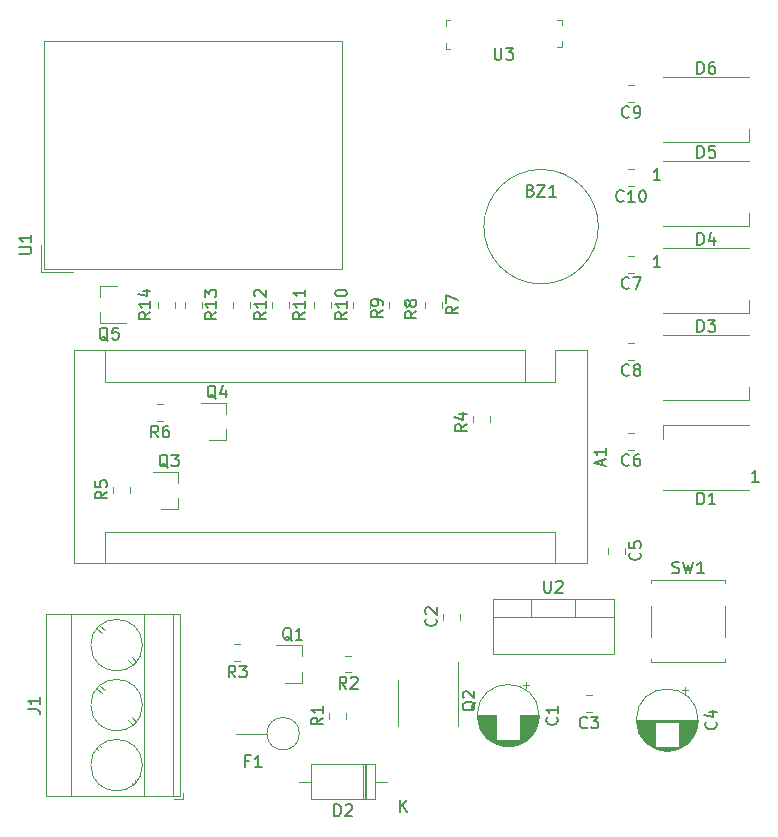
<source format=gbr>
G04 #@! TF.GenerationSoftware,KiCad,Pcbnew,(5.1.5)-3*
G04 #@! TF.CreationDate,2020-04-27T21:57:51+02:00*
G04 #@! TF.ProjectId,czujnikParkowania,637a756a-6e69-46b5-9061-726b6f77616e,rev?*
G04 #@! TF.SameCoordinates,Original*
G04 #@! TF.FileFunction,Legend,Top*
G04 #@! TF.FilePolarity,Positive*
%FSLAX46Y46*%
G04 Gerber Fmt 4.6, Leading zero omitted, Abs format (unit mm)*
G04 Created by KiCad (PCBNEW (5.1.5)-3) date 2020-04-27 21:57:51*
%MOMM*%
%LPD*%
G04 APERTURE LIST*
%ADD10C,0.120000*%
%ADD11C,0.150000*%
G04 APERTURE END LIST*
D10*
X69616648Y-37465000D02*
G75*
G03X69616648Y-37465000I-4846648J0D01*
G01*
X63436500Y-50609500D02*
X65976500Y-50609500D01*
X65976500Y-50609500D02*
X65976500Y-47939500D01*
X63436500Y-47939500D02*
X25206500Y-47939500D01*
X68646500Y-47939500D02*
X65976500Y-47939500D01*
X65976500Y-63309500D02*
X65976500Y-65979500D01*
X65976500Y-63309500D02*
X27876500Y-63309500D01*
X27876500Y-63309500D02*
X27876500Y-65979500D01*
X63436500Y-50609500D02*
X63436500Y-47939500D01*
X63436500Y-50609500D02*
X27876500Y-50609500D01*
X27876500Y-50609500D02*
X27876500Y-47939500D01*
X25206500Y-47939500D02*
X25206500Y-65979500D01*
X25206500Y-65979500D02*
X68646500Y-65979500D01*
X68646500Y-65979500D02*
X68646500Y-47939500D01*
X64596000Y-78851000D02*
G75*
G03X64596000Y-78851000I-2620000J0D01*
G01*
X60936000Y-78851000D02*
X59396000Y-78851000D01*
X64556000Y-78851000D02*
X63016000Y-78851000D01*
X60936000Y-78891000D02*
X59396000Y-78891000D01*
X64556000Y-78891000D02*
X63016000Y-78891000D01*
X64555000Y-78931000D02*
X63016000Y-78931000D01*
X60936000Y-78931000D02*
X59397000Y-78931000D01*
X64554000Y-78971000D02*
X63016000Y-78971000D01*
X60936000Y-78971000D02*
X59398000Y-78971000D01*
X64552000Y-79011000D02*
X63016000Y-79011000D01*
X60936000Y-79011000D02*
X59400000Y-79011000D01*
X64549000Y-79051000D02*
X63016000Y-79051000D01*
X60936000Y-79051000D02*
X59403000Y-79051000D01*
X64545000Y-79091000D02*
X63016000Y-79091000D01*
X60936000Y-79091000D02*
X59407000Y-79091000D01*
X64541000Y-79131000D02*
X63016000Y-79131000D01*
X60936000Y-79131000D02*
X59411000Y-79131000D01*
X64537000Y-79171000D02*
X63016000Y-79171000D01*
X60936000Y-79171000D02*
X59415000Y-79171000D01*
X64532000Y-79211000D02*
X63016000Y-79211000D01*
X60936000Y-79211000D02*
X59420000Y-79211000D01*
X64526000Y-79251000D02*
X63016000Y-79251000D01*
X60936000Y-79251000D02*
X59426000Y-79251000D01*
X64519000Y-79291000D02*
X63016000Y-79291000D01*
X60936000Y-79291000D02*
X59433000Y-79291000D01*
X64512000Y-79331000D02*
X63016000Y-79331000D01*
X60936000Y-79331000D02*
X59440000Y-79331000D01*
X64504000Y-79371000D02*
X63016000Y-79371000D01*
X60936000Y-79371000D02*
X59448000Y-79371000D01*
X64496000Y-79411000D02*
X63016000Y-79411000D01*
X60936000Y-79411000D02*
X59456000Y-79411000D01*
X64487000Y-79451000D02*
X63016000Y-79451000D01*
X60936000Y-79451000D02*
X59465000Y-79451000D01*
X64477000Y-79491000D02*
X63016000Y-79491000D01*
X60936000Y-79491000D02*
X59475000Y-79491000D01*
X64467000Y-79531000D02*
X63016000Y-79531000D01*
X60936000Y-79531000D02*
X59485000Y-79531000D01*
X64456000Y-79572000D02*
X63016000Y-79572000D01*
X60936000Y-79572000D02*
X59496000Y-79572000D01*
X64444000Y-79612000D02*
X63016000Y-79612000D01*
X60936000Y-79612000D02*
X59508000Y-79612000D01*
X64431000Y-79652000D02*
X63016000Y-79652000D01*
X60936000Y-79652000D02*
X59521000Y-79652000D01*
X64418000Y-79692000D02*
X63016000Y-79692000D01*
X60936000Y-79692000D02*
X59534000Y-79692000D01*
X64404000Y-79732000D02*
X63016000Y-79732000D01*
X60936000Y-79732000D02*
X59548000Y-79732000D01*
X64390000Y-79772000D02*
X63016000Y-79772000D01*
X60936000Y-79772000D02*
X59562000Y-79772000D01*
X64374000Y-79812000D02*
X63016000Y-79812000D01*
X60936000Y-79812000D02*
X59578000Y-79812000D01*
X64358000Y-79852000D02*
X63016000Y-79852000D01*
X60936000Y-79852000D02*
X59594000Y-79852000D01*
X64341000Y-79892000D02*
X63016000Y-79892000D01*
X60936000Y-79892000D02*
X59611000Y-79892000D01*
X64324000Y-79932000D02*
X63016000Y-79932000D01*
X60936000Y-79932000D02*
X59628000Y-79932000D01*
X64305000Y-79972000D02*
X63016000Y-79972000D01*
X60936000Y-79972000D02*
X59647000Y-79972000D01*
X64286000Y-80012000D02*
X63016000Y-80012000D01*
X60936000Y-80012000D02*
X59666000Y-80012000D01*
X64266000Y-80052000D02*
X63016000Y-80052000D01*
X60936000Y-80052000D02*
X59686000Y-80052000D01*
X64244000Y-80092000D02*
X63016000Y-80092000D01*
X60936000Y-80092000D02*
X59708000Y-80092000D01*
X64223000Y-80132000D02*
X63016000Y-80132000D01*
X60936000Y-80132000D02*
X59729000Y-80132000D01*
X64200000Y-80172000D02*
X63016000Y-80172000D01*
X60936000Y-80172000D02*
X59752000Y-80172000D01*
X64176000Y-80212000D02*
X63016000Y-80212000D01*
X60936000Y-80212000D02*
X59776000Y-80212000D01*
X64151000Y-80252000D02*
X63016000Y-80252000D01*
X60936000Y-80252000D02*
X59801000Y-80252000D01*
X64125000Y-80292000D02*
X63016000Y-80292000D01*
X60936000Y-80292000D02*
X59827000Y-80292000D01*
X64098000Y-80332000D02*
X63016000Y-80332000D01*
X60936000Y-80332000D02*
X59854000Y-80332000D01*
X64071000Y-80372000D02*
X63016000Y-80372000D01*
X60936000Y-80372000D02*
X59881000Y-80372000D01*
X64041000Y-80412000D02*
X63016000Y-80412000D01*
X60936000Y-80412000D02*
X59911000Y-80412000D01*
X64011000Y-80452000D02*
X63016000Y-80452000D01*
X60936000Y-80452000D02*
X59941000Y-80452000D01*
X63980000Y-80492000D02*
X63016000Y-80492000D01*
X60936000Y-80492000D02*
X59972000Y-80492000D01*
X63947000Y-80532000D02*
X63016000Y-80532000D01*
X60936000Y-80532000D02*
X60005000Y-80532000D01*
X63913000Y-80572000D02*
X63016000Y-80572000D01*
X60936000Y-80572000D02*
X60039000Y-80572000D01*
X63877000Y-80612000D02*
X63016000Y-80612000D01*
X60936000Y-80612000D02*
X60075000Y-80612000D01*
X63840000Y-80652000D02*
X63016000Y-80652000D01*
X60936000Y-80652000D02*
X60112000Y-80652000D01*
X63802000Y-80692000D02*
X63016000Y-80692000D01*
X60936000Y-80692000D02*
X60150000Y-80692000D01*
X63761000Y-80732000D02*
X63016000Y-80732000D01*
X60936000Y-80732000D02*
X60191000Y-80732000D01*
X63719000Y-80772000D02*
X63016000Y-80772000D01*
X60936000Y-80772000D02*
X60233000Y-80772000D01*
X63675000Y-80812000D02*
X63016000Y-80812000D01*
X60936000Y-80812000D02*
X60277000Y-80812000D01*
X63629000Y-80852000D02*
X63016000Y-80852000D01*
X60936000Y-80852000D02*
X60323000Y-80852000D01*
X63581000Y-80892000D02*
X60371000Y-80892000D01*
X63530000Y-80932000D02*
X60422000Y-80932000D01*
X63476000Y-80972000D02*
X60476000Y-80972000D01*
X63419000Y-81012000D02*
X60533000Y-81012000D01*
X63359000Y-81052000D02*
X60593000Y-81052000D01*
X63295000Y-81092000D02*
X60657000Y-81092000D01*
X63227000Y-81132000D02*
X60725000Y-81132000D01*
X63154000Y-81172000D02*
X60798000Y-81172000D01*
X63074000Y-81212000D02*
X60878000Y-81212000D01*
X62987000Y-81252000D02*
X60965000Y-81252000D01*
X62891000Y-81292000D02*
X61061000Y-81292000D01*
X62781000Y-81332000D02*
X61171000Y-81332000D01*
X62653000Y-81372000D02*
X61299000Y-81372000D01*
X62494000Y-81412000D02*
X61458000Y-81412000D01*
X62260000Y-81452000D02*
X61692000Y-81452000D01*
X63451000Y-76046225D02*
X63451000Y-76546225D01*
X63701000Y-76296225D02*
X63201000Y-76296225D01*
X56440000Y-70743578D02*
X56440000Y-70226422D01*
X57860000Y-70743578D02*
X57860000Y-70226422D01*
X69092578Y-77141000D02*
X68575422Y-77141000D01*
X69092578Y-78561000D02*
X68575422Y-78561000D01*
X78058000Y-79228000D02*
G75*
G03X78058000Y-79228000I-2620000J0D01*
G01*
X78018000Y-79228000D02*
X72858000Y-79228000D01*
X78018000Y-79268000D02*
X72858000Y-79268000D01*
X78017000Y-79308000D02*
X72859000Y-79308000D01*
X78016000Y-79348000D02*
X72860000Y-79348000D01*
X78014000Y-79388000D02*
X72862000Y-79388000D01*
X78011000Y-79428000D02*
X72865000Y-79428000D01*
X78007000Y-79468000D02*
X76478000Y-79468000D01*
X74398000Y-79468000D02*
X72869000Y-79468000D01*
X78003000Y-79508000D02*
X76478000Y-79508000D01*
X74398000Y-79508000D02*
X72873000Y-79508000D01*
X77999000Y-79548000D02*
X76478000Y-79548000D01*
X74398000Y-79548000D02*
X72877000Y-79548000D01*
X77994000Y-79588000D02*
X76478000Y-79588000D01*
X74398000Y-79588000D02*
X72882000Y-79588000D01*
X77988000Y-79628000D02*
X76478000Y-79628000D01*
X74398000Y-79628000D02*
X72888000Y-79628000D01*
X77981000Y-79668000D02*
X76478000Y-79668000D01*
X74398000Y-79668000D02*
X72895000Y-79668000D01*
X77974000Y-79708000D02*
X76478000Y-79708000D01*
X74398000Y-79708000D02*
X72902000Y-79708000D01*
X77966000Y-79748000D02*
X76478000Y-79748000D01*
X74398000Y-79748000D02*
X72910000Y-79748000D01*
X77958000Y-79788000D02*
X76478000Y-79788000D01*
X74398000Y-79788000D02*
X72918000Y-79788000D01*
X77949000Y-79828000D02*
X76478000Y-79828000D01*
X74398000Y-79828000D02*
X72927000Y-79828000D01*
X77939000Y-79868000D02*
X76478000Y-79868000D01*
X74398000Y-79868000D02*
X72937000Y-79868000D01*
X77929000Y-79908000D02*
X76478000Y-79908000D01*
X74398000Y-79908000D02*
X72947000Y-79908000D01*
X77918000Y-79949000D02*
X76478000Y-79949000D01*
X74398000Y-79949000D02*
X72958000Y-79949000D01*
X77906000Y-79989000D02*
X76478000Y-79989000D01*
X74398000Y-79989000D02*
X72970000Y-79989000D01*
X77893000Y-80029000D02*
X76478000Y-80029000D01*
X74398000Y-80029000D02*
X72983000Y-80029000D01*
X77880000Y-80069000D02*
X76478000Y-80069000D01*
X74398000Y-80069000D02*
X72996000Y-80069000D01*
X77866000Y-80109000D02*
X76478000Y-80109000D01*
X74398000Y-80109000D02*
X73010000Y-80109000D01*
X77852000Y-80149000D02*
X76478000Y-80149000D01*
X74398000Y-80149000D02*
X73024000Y-80149000D01*
X77836000Y-80189000D02*
X76478000Y-80189000D01*
X74398000Y-80189000D02*
X73040000Y-80189000D01*
X77820000Y-80229000D02*
X76478000Y-80229000D01*
X74398000Y-80229000D02*
X73056000Y-80229000D01*
X77803000Y-80269000D02*
X76478000Y-80269000D01*
X74398000Y-80269000D02*
X73073000Y-80269000D01*
X77786000Y-80309000D02*
X76478000Y-80309000D01*
X74398000Y-80309000D02*
X73090000Y-80309000D01*
X77767000Y-80349000D02*
X76478000Y-80349000D01*
X74398000Y-80349000D02*
X73109000Y-80349000D01*
X77748000Y-80389000D02*
X76478000Y-80389000D01*
X74398000Y-80389000D02*
X73128000Y-80389000D01*
X77728000Y-80429000D02*
X76478000Y-80429000D01*
X74398000Y-80429000D02*
X73148000Y-80429000D01*
X77706000Y-80469000D02*
X76478000Y-80469000D01*
X74398000Y-80469000D02*
X73170000Y-80469000D01*
X77685000Y-80509000D02*
X76478000Y-80509000D01*
X74398000Y-80509000D02*
X73191000Y-80509000D01*
X77662000Y-80549000D02*
X76478000Y-80549000D01*
X74398000Y-80549000D02*
X73214000Y-80549000D01*
X77638000Y-80589000D02*
X76478000Y-80589000D01*
X74398000Y-80589000D02*
X73238000Y-80589000D01*
X77613000Y-80629000D02*
X76478000Y-80629000D01*
X74398000Y-80629000D02*
X73263000Y-80629000D01*
X77587000Y-80669000D02*
X76478000Y-80669000D01*
X74398000Y-80669000D02*
X73289000Y-80669000D01*
X77560000Y-80709000D02*
X76478000Y-80709000D01*
X74398000Y-80709000D02*
X73316000Y-80709000D01*
X77533000Y-80749000D02*
X76478000Y-80749000D01*
X74398000Y-80749000D02*
X73343000Y-80749000D01*
X77503000Y-80789000D02*
X76478000Y-80789000D01*
X74398000Y-80789000D02*
X73373000Y-80789000D01*
X77473000Y-80829000D02*
X76478000Y-80829000D01*
X74398000Y-80829000D02*
X73403000Y-80829000D01*
X77442000Y-80869000D02*
X76478000Y-80869000D01*
X74398000Y-80869000D02*
X73434000Y-80869000D01*
X77409000Y-80909000D02*
X76478000Y-80909000D01*
X74398000Y-80909000D02*
X73467000Y-80909000D01*
X77375000Y-80949000D02*
X76478000Y-80949000D01*
X74398000Y-80949000D02*
X73501000Y-80949000D01*
X77339000Y-80989000D02*
X76478000Y-80989000D01*
X74398000Y-80989000D02*
X73537000Y-80989000D01*
X77302000Y-81029000D02*
X76478000Y-81029000D01*
X74398000Y-81029000D02*
X73574000Y-81029000D01*
X77264000Y-81069000D02*
X76478000Y-81069000D01*
X74398000Y-81069000D02*
X73612000Y-81069000D01*
X77223000Y-81109000D02*
X76478000Y-81109000D01*
X74398000Y-81109000D02*
X73653000Y-81109000D01*
X77181000Y-81149000D02*
X76478000Y-81149000D01*
X74398000Y-81149000D02*
X73695000Y-81149000D01*
X77137000Y-81189000D02*
X76478000Y-81189000D01*
X74398000Y-81189000D02*
X73739000Y-81189000D01*
X77091000Y-81229000D02*
X76478000Y-81229000D01*
X74398000Y-81229000D02*
X73785000Y-81229000D01*
X77043000Y-81269000D02*
X76478000Y-81269000D01*
X74398000Y-81269000D02*
X73833000Y-81269000D01*
X76992000Y-81309000D02*
X76478000Y-81309000D01*
X74398000Y-81309000D02*
X73884000Y-81309000D01*
X76938000Y-81349000D02*
X76478000Y-81349000D01*
X74398000Y-81349000D02*
X73938000Y-81349000D01*
X76881000Y-81389000D02*
X76478000Y-81389000D01*
X74398000Y-81389000D02*
X73995000Y-81389000D01*
X76821000Y-81429000D02*
X76478000Y-81429000D01*
X74398000Y-81429000D02*
X74055000Y-81429000D01*
X76757000Y-81469000D02*
X76478000Y-81469000D01*
X74398000Y-81469000D02*
X74119000Y-81469000D01*
X76689000Y-81509000D02*
X76478000Y-81509000D01*
X74398000Y-81509000D02*
X74187000Y-81509000D01*
X76616000Y-81549000D02*
X74260000Y-81549000D01*
X76536000Y-81589000D02*
X74340000Y-81589000D01*
X76449000Y-81629000D02*
X74427000Y-81629000D01*
X76353000Y-81669000D02*
X74523000Y-81669000D01*
X76243000Y-81709000D02*
X74633000Y-81709000D01*
X76115000Y-81749000D02*
X74761000Y-81749000D01*
X75956000Y-81789000D02*
X74920000Y-81789000D01*
X75722000Y-81829000D02*
X75154000Y-81829000D01*
X76913000Y-76423225D02*
X76913000Y-76923225D01*
X77163000Y-76673225D02*
X76663000Y-76673225D01*
X71830000Y-64638422D02*
X71830000Y-65155578D01*
X70410000Y-64638422D02*
X70410000Y-65155578D01*
X72648578Y-54916000D02*
X72131422Y-54916000D01*
X72648578Y-56336000D02*
X72131422Y-56336000D01*
X82390000Y-59773000D02*
X75090000Y-59773000D01*
X82390000Y-54273000D02*
X75090000Y-54273000D01*
X75090000Y-54273000D02*
X75090000Y-55423000D01*
X50726000Y-85925000D02*
X50726000Y-82985000D01*
X50726000Y-82985000D02*
X45286000Y-82985000D01*
X45286000Y-82985000D02*
X45286000Y-85925000D01*
X45286000Y-85925000D02*
X50726000Y-85925000D01*
X51746000Y-84455000D02*
X50726000Y-84455000D01*
X44266000Y-84455000D02*
X45286000Y-84455000D01*
X49826000Y-85925000D02*
X49826000Y-82985000D01*
X49706000Y-85925000D02*
X49706000Y-82985000D01*
X49946000Y-85925000D02*
X49946000Y-82985000D01*
X75090000Y-46653000D02*
X82390000Y-46653000D01*
X75090000Y-52153000D02*
X82390000Y-52153000D01*
X82390000Y-52153000D02*
X82390000Y-51003000D01*
X82390000Y-44787000D02*
X82390000Y-43637000D01*
X75090000Y-44787000D02*
X82390000Y-44787000D01*
X75090000Y-39287000D02*
X82390000Y-39287000D01*
X75090000Y-31921000D02*
X82390000Y-31921000D01*
X75090000Y-37421000D02*
X82390000Y-37421000D01*
X82390000Y-37421000D02*
X82390000Y-36271000D01*
X82390000Y-30309000D02*
X82390000Y-29159000D01*
X75090000Y-30309000D02*
X82390000Y-30309000D01*
X75090000Y-24809000D02*
X82390000Y-24809000D01*
X44296000Y-80391000D02*
G75*
G03X44296000Y-80391000I-1370000J0D01*
G01*
X41556000Y-80391000D02*
X38946000Y-80391000D01*
X31009000Y-83058000D02*
G75*
G03X31009000Y-83058000I-2180000J0D01*
G01*
X31009000Y-77978000D02*
G75*
G03X31009000Y-77978000I-2180000J0D01*
G01*
X31009000Y-72898000D02*
G75*
G03X31009000Y-72898000I-2180000J0D01*
G01*
X33629000Y-85658000D02*
X33629000Y-70298000D01*
X31129000Y-85658000D02*
X31129000Y-70298000D01*
X24929000Y-85658000D02*
X24929000Y-70298000D01*
X22869000Y-85658000D02*
X22869000Y-70298000D01*
X34189000Y-85658000D02*
X34189000Y-70298000D01*
X22869000Y-85658000D02*
X34189000Y-85658000D01*
X22869000Y-70298000D02*
X34189000Y-70298000D01*
X27441000Y-81404000D02*
X27548000Y-81511000D01*
X30376000Y-84340000D02*
X30483000Y-84446000D01*
X27175000Y-81670000D02*
X27282000Y-81777000D01*
X30110000Y-84606000D02*
X30217000Y-84712000D01*
X27441000Y-76324000D02*
X27837000Y-76719000D01*
X30103000Y-78985000D02*
X30483000Y-79365000D01*
X27175000Y-76590000D02*
X27555000Y-76970000D01*
X29821000Y-79236000D02*
X30217000Y-79631000D01*
X27441000Y-71244000D02*
X27837000Y-71639000D01*
X30103000Y-73905000D02*
X30483000Y-74285000D01*
X27175000Y-71510000D02*
X27555000Y-71890000D01*
X29821000Y-74156000D02*
X30217000Y-74551000D01*
X33689000Y-85898000D02*
X34429000Y-85898000D01*
X34429000Y-85898000D02*
X34429000Y-85398000D01*
X44511500Y-76065500D02*
X43051500Y-76065500D01*
X44511500Y-72905500D02*
X42351500Y-72905500D01*
X44511500Y-72905500D02*
X44511500Y-73835500D01*
X44511500Y-76065500D02*
X44511500Y-75135500D01*
X52621500Y-77787500D02*
X52621500Y-79737500D01*
X52621500Y-77787500D02*
X52621500Y-75837500D01*
X57741500Y-77787500D02*
X57741500Y-79737500D01*
X57741500Y-77787500D02*
X57741500Y-74337500D01*
X34034000Y-61397000D02*
X34034000Y-60467000D01*
X34034000Y-58237000D02*
X34034000Y-59167000D01*
X34034000Y-58237000D02*
X31874000Y-58237000D01*
X34034000Y-61397000D02*
X32574000Y-61397000D01*
X38098000Y-55555000D02*
X38098000Y-54625000D01*
X38098000Y-52395000D02*
X38098000Y-53325000D01*
X38098000Y-52395000D02*
X35938000Y-52395000D01*
X38098000Y-55555000D02*
X36638000Y-55555000D01*
X27434000Y-42489000D02*
X28894000Y-42489000D01*
X27434000Y-45649000D02*
X29594000Y-45649000D01*
X27434000Y-45649000D02*
X27434000Y-44719000D01*
X27434000Y-42489000D02*
X27434000Y-43419000D01*
X48208000Y-79125578D02*
X48208000Y-78608422D01*
X46788000Y-79125578D02*
X46788000Y-78608422D01*
X48709078Y-75195500D02*
X48191922Y-75195500D01*
X48709078Y-73775500D02*
X48191922Y-73775500D01*
X39311078Y-72823000D02*
X38793922Y-72823000D01*
X39311078Y-74243000D02*
X38793922Y-74243000D01*
X58980000Y-53979578D02*
X58980000Y-53462422D01*
X60400000Y-53979578D02*
X60400000Y-53462422D01*
X29920000Y-59997078D02*
X29920000Y-59479922D01*
X28500000Y-59997078D02*
X28500000Y-59479922D01*
X32770578Y-53923000D02*
X32253422Y-53923000D01*
X32770578Y-52503000D02*
X32253422Y-52503000D01*
X56336000Y-43810422D02*
X56336000Y-44327578D01*
X54916000Y-43810422D02*
X54916000Y-44327578D01*
X51868000Y-43810422D02*
X51868000Y-44327578D01*
X53288000Y-43810422D02*
X53288000Y-44327578D01*
X50240000Y-43810422D02*
X50240000Y-44327578D01*
X48820000Y-43810422D02*
X48820000Y-44327578D01*
X45518000Y-43810422D02*
X45518000Y-44327578D01*
X46938000Y-43810422D02*
X46938000Y-44327578D01*
X43382000Y-43810422D02*
X43382000Y-44327578D01*
X41962000Y-43810422D02*
X41962000Y-44327578D01*
X38660000Y-43810422D02*
X38660000Y-44327578D01*
X40080000Y-43810422D02*
X40080000Y-44327578D01*
X36016000Y-43810422D02*
X36016000Y-44327578D01*
X34596000Y-43810422D02*
X34596000Y-44327578D01*
X32310000Y-43810422D02*
X32310000Y-44327578D01*
X33730000Y-43810422D02*
X33730000Y-44327578D01*
X22426000Y-41269000D02*
X22426000Y-38989000D01*
X22436000Y-41269000D02*
X25146000Y-41269000D01*
X22686000Y-41014000D02*
X22686000Y-21724000D01*
X22686000Y-21724000D02*
X47936000Y-21724000D01*
X47936000Y-21724000D02*
X47936000Y-41014000D01*
X47936000Y-41014000D02*
X22686000Y-41014000D01*
X60666000Y-68993000D02*
X70906000Y-68993000D01*
X60666000Y-73634000D02*
X70906000Y-73634000D01*
X60666000Y-68993000D02*
X60666000Y-73634000D01*
X70906000Y-68993000D02*
X70906000Y-73634000D01*
X60666000Y-70503000D02*
X70906000Y-70503000D01*
X63936000Y-68993000D02*
X63936000Y-70503000D01*
X67637000Y-68993000D02*
X67637000Y-70503000D01*
X56695000Y-21882000D02*
X56695000Y-22382000D01*
X56695000Y-22382000D02*
X57095000Y-22382000D01*
X56695000Y-20482000D02*
X56695000Y-19982000D01*
X56695000Y-19982000D02*
X57095000Y-19982000D01*
X66095000Y-19982000D02*
X66495000Y-19982000D01*
X66495000Y-19982000D02*
X66495000Y-20382000D01*
X66495000Y-21782000D02*
X66495000Y-22282000D01*
X66495000Y-22282000D02*
X66095000Y-22282000D01*
X74066000Y-67666000D02*
X74066000Y-67416000D01*
X74066000Y-67416000D02*
X80366000Y-67416000D01*
X80366000Y-67416000D02*
X80366000Y-67666000D01*
X74066000Y-72166000D02*
X74066000Y-69566000D01*
X80366000Y-74066000D02*
X80366000Y-74316000D01*
X80366000Y-74316000D02*
X74066000Y-74316000D01*
X74066000Y-74316000D02*
X74066000Y-74066000D01*
X80366000Y-69566000D02*
X80366000Y-72166000D01*
X72648578Y-41350000D02*
X72131422Y-41350000D01*
X72648578Y-39930000D02*
X72131422Y-39930000D01*
X72648578Y-47296000D02*
X72131422Y-47296000D01*
X72648578Y-48716000D02*
X72131422Y-48716000D01*
X72648578Y-26872000D02*
X72131422Y-26872000D01*
X72648578Y-25452000D02*
X72131422Y-25452000D01*
X72648578Y-32564000D02*
X72131422Y-32564000D01*
X72648578Y-33984000D02*
X72131422Y-33984000D01*
D11*
X63889047Y-34393571D02*
X64031904Y-34441190D01*
X64079523Y-34488809D01*
X64127142Y-34584047D01*
X64127142Y-34726904D01*
X64079523Y-34822142D01*
X64031904Y-34869761D01*
X63936666Y-34917380D01*
X63555714Y-34917380D01*
X63555714Y-33917380D01*
X63889047Y-33917380D01*
X63984285Y-33965000D01*
X64031904Y-34012619D01*
X64079523Y-34107857D01*
X64079523Y-34203095D01*
X64031904Y-34298333D01*
X63984285Y-34345952D01*
X63889047Y-34393571D01*
X63555714Y-34393571D01*
X64460476Y-33917380D02*
X65127142Y-33917380D01*
X64460476Y-34917380D01*
X65127142Y-34917380D01*
X66031904Y-34917380D02*
X65460476Y-34917380D01*
X65746190Y-34917380D02*
X65746190Y-33917380D01*
X65650952Y-34060238D01*
X65555714Y-34155476D01*
X65460476Y-34203095D01*
X69953166Y-57673785D02*
X69953166Y-57197595D01*
X70238880Y-57769023D02*
X69238880Y-57435690D01*
X70238880Y-57102357D01*
X70238880Y-56245214D02*
X70238880Y-56816642D01*
X70238880Y-56530928D02*
X69238880Y-56530928D01*
X69381738Y-56626166D01*
X69476976Y-56721404D01*
X69524595Y-56816642D01*
X66083142Y-79017666D02*
X66130761Y-79065285D01*
X66178380Y-79208142D01*
X66178380Y-79303380D01*
X66130761Y-79446238D01*
X66035523Y-79541476D01*
X65940285Y-79589095D01*
X65749809Y-79636714D01*
X65606952Y-79636714D01*
X65416476Y-79589095D01*
X65321238Y-79541476D01*
X65226000Y-79446238D01*
X65178380Y-79303380D01*
X65178380Y-79208142D01*
X65226000Y-79065285D01*
X65273619Y-79017666D01*
X66178380Y-78065285D02*
X66178380Y-78636714D01*
X66178380Y-78351000D02*
X65178380Y-78351000D01*
X65321238Y-78446238D01*
X65416476Y-78541476D01*
X65464095Y-78636714D01*
X55857142Y-70651666D02*
X55904761Y-70699285D01*
X55952380Y-70842142D01*
X55952380Y-70937380D01*
X55904761Y-71080238D01*
X55809523Y-71175476D01*
X55714285Y-71223095D01*
X55523809Y-71270714D01*
X55380952Y-71270714D01*
X55190476Y-71223095D01*
X55095238Y-71175476D01*
X55000000Y-71080238D01*
X54952380Y-70937380D01*
X54952380Y-70842142D01*
X55000000Y-70699285D01*
X55047619Y-70651666D01*
X55047619Y-70270714D02*
X55000000Y-70223095D01*
X54952380Y-70127857D01*
X54952380Y-69889761D01*
X55000000Y-69794523D01*
X55047619Y-69746904D01*
X55142857Y-69699285D01*
X55238095Y-69699285D01*
X55380952Y-69746904D01*
X55952380Y-70318333D01*
X55952380Y-69699285D01*
X68667333Y-79858142D02*
X68619714Y-79905761D01*
X68476857Y-79953380D01*
X68381619Y-79953380D01*
X68238761Y-79905761D01*
X68143523Y-79810523D01*
X68095904Y-79715285D01*
X68048285Y-79524809D01*
X68048285Y-79381952D01*
X68095904Y-79191476D01*
X68143523Y-79096238D01*
X68238761Y-79001000D01*
X68381619Y-78953380D01*
X68476857Y-78953380D01*
X68619714Y-79001000D01*
X68667333Y-79048619D01*
X69000666Y-78953380D02*
X69619714Y-78953380D01*
X69286380Y-79334333D01*
X69429238Y-79334333D01*
X69524476Y-79381952D01*
X69572095Y-79429571D01*
X69619714Y-79524809D01*
X69619714Y-79762904D01*
X69572095Y-79858142D01*
X69524476Y-79905761D01*
X69429238Y-79953380D01*
X69143523Y-79953380D01*
X69048285Y-79905761D01*
X69000666Y-79858142D01*
X79545142Y-79394666D02*
X79592761Y-79442285D01*
X79640380Y-79585142D01*
X79640380Y-79680380D01*
X79592761Y-79823238D01*
X79497523Y-79918476D01*
X79402285Y-79966095D01*
X79211809Y-80013714D01*
X79068952Y-80013714D01*
X78878476Y-79966095D01*
X78783238Y-79918476D01*
X78688000Y-79823238D01*
X78640380Y-79680380D01*
X78640380Y-79585142D01*
X78688000Y-79442285D01*
X78735619Y-79394666D01*
X78973714Y-78537523D02*
X79640380Y-78537523D01*
X78592761Y-78775619D02*
X79307047Y-79013714D01*
X79307047Y-78394666D01*
X73127142Y-65063666D02*
X73174761Y-65111285D01*
X73222380Y-65254142D01*
X73222380Y-65349380D01*
X73174761Y-65492238D01*
X73079523Y-65587476D01*
X72984285Y-65635095D01*
X72793809Y-65682714D01*
X72650952Y-65682714D01*
X72460476Y-65635095D01*
X72365238Y-65587476D01*
X72270000Y-65492238D01*
X72222380Y-65349380D01*
X72222380Y-65254142D01*
X72270000Y-65111285D01*
X72317619Y-65063666D01*
X72222380Y-64158904D02*
X72222380Y-64635095D01*
X72698571Y-64682714D01*
X72650952Y-64635095D01*
X72603333Y-64539857D01*
X72603333Y-64301761D01*
X72650952Y-64206523D01*
X72698571Y-64158904D01*
X72793809Y-64111285D01*
X73031904Y-64111285D01*
X73127142Y-64158904D01*
X73174761Y-64206523D01*
X73222380Y-64301761D01*
X73222380Y-64539857D01*
X73174761Y-64635095D01*
X73127142Y-64682714D01*
X72223333Y-57633142D02*
X72175714Y-57680761D01*
X72032857Y-57728380D01*
X71937619Y-57728380D01*
X71794761Y-57680761D01*
X71699523Y-57585523D01*
X71651904Y-57490285D01*
X71604285Y-57299809D01*
X71604285Y-57156952D01*
X71651904Y-56966476D01*
X71699523Y-56871238D01*
X71794761Y-56776000D01*
X71937619Y-56728380D01*
X72032857Y-56728380D01*
X72175714Y-56776000D01*
X72223333Y-56823619D01*
X73080476Y-56728380D02*
X72890000Y-56728380D01*
X72794761Y-56776000D01*
X72747142Y-56823619D01*
X72651904Y-56966476D01*
X72604285Y-57156952D01*
X72604285Y-57537904D01*
X72651904Y-57633142D01*
X72699523Y-57680761D01*
X72794761Y-57728380D01*
X72985238Y-57728380D01*
X73080476Y-57680761D01*
X73128095Y-57633142D01*
X73175714Y-57537904D01*
X73175714Y-57299809D01*
X73128095Y-57204571D01*
X73080476Y-57156952D01*
X72985238Y-57109333D01*
X72794761Y-57109333D01*
X72699523Y-57156952D01*
X72651904Y-57204571D01*
X72604285Y-57299809D01*
X78001904Y-60975380D02*
X78001904Y-59975380D01*
X78240000Y-59975380D01*
X78382857Y-60023000D01*
X78478095Y-60118238D01*
X78525714Y-60213476D01*
X78573333Y-60403952D01*
X78573333Y-60546809D01*
X78525714Y-60737285D01*
X78478095Y-60832523D01*
X78382857Y-60927761D01*
X78240000Y-60975380D01*
X78001904Y-60975380D01*
X79525714Y-60975380D02*
X78954285Y-60975380D01*
X79240000Y-60975380D02*
X79240000Y-59975380D01*
X79144761Y-60118238D01*
X79049523Y-60213476D01*
X78954285Y-60261095D01*
X83175714Y-59075380D02*
X82604285Y-59075380D01*
X82890000Y-59075380D02*
X82890000Y-58075380D01*
X82794761Y-58218238D01*
X82699523Y-58313476D01*
X82604285Y-58361095D01*
X47267904Y-87377380D02*
X47267904Y-86377380D01*
X47506000Y-86377380D01*
X47648857Y-86425000D01*
X47744095Y-86520238D01*
X47791714Y-86615476D01*
X47839333Y-86805952D01*
X47839333Y-86948809D01*
X47791714Y-87139285D01*
X47744095Y-87234523D01*
X47648857Y-87329761D01*
X47506000Y-87377380D01*
X47267904Y-87377380D01*
X48220285Y-86472619D02*
X48267904Y-86425000D01*
X48363142Y-86377380D01*
X48601238Y-86377380D01*
X48696476Y-86425000D01*
X48744095Y-86472619D01*
X48791714Y-86567857D01*
X48791714Y-86663095D01*
X48744095Y-86805952D01*
X48172666Y-87377380D01*
X48791714Y-87377380D01*
X52824095Y-87007380D02*
X52824095Y-86007380D01*
X53395523Y-87007380D02*
X52966952Y-86435952D01*
X53395523Y-86007380D02*
X52824095Y-86578809D01*
X78001904Y-46355380D02*
X78001904Y-45355380D01*
X78240000Y-45355380D01*
X78382857Y-45403000D01*
X78478095Y-45498238D01*
X78525714Y-45593476D01*
X78573333Y-45783952D01*
X78573333Y-45926809D01*
X78525714Y-46117285D01*
X78478095Y-46212523D01*
X78382857Y-46307761D01*
X78240000Y-46355380D01*
X78001904Y-46355380D01*
X78906666Y-45355380D02*
X79525714Y-45355380D01*
X79192380Y-45736333D01*
X79335238Y-45736333D01*
X79430476Y-45783952D01*
X79478095Y-45831571D01*
X79525714Y-45926809D01*
X79525714Y-46164904D01*
X79478095Y-46260142D01*
X79430476Y-46307761D01*
X79335238Y-46355380D01*
X79049523Y-46355380D01*
X78954285Y-46307761D01*
X78906666Y-46260142D01*
X78001904Y-38989380D02*
X78001904Y-37989380D01*
X78240000Y-37989380D01*
X78382857Y-38037000D01*
X78478095Y-38132238D01*
X78525714Y-38227476D01*
X78573333Y-38417952D01*
X78573333Y-38560809D01*
X78525714Y-38751285D01*
X78478095Y-38846523D01*
X78382857Y-38941761D01*
X78240000Y-38989380D01*
X78001904Y-38989380D01*
X79430476Y-38322714D02*
X79430476Y-38989380D01*
X79192380Y-37941761D02*
X78954285Y-38656047D01*
X79573333Y-38656047D01*
X74875714Y-40889380D02*
X74304285Y-40889380D01*
X74590000Y-40889380D02*
X74590000Y-39889380D01*
X74494761Y-40032238D01*
X74399523Y-40127476D01*
X74304285Y-40175095D01*
X78001904Y-31623380D02*
X78001904Y-30623380D01*
X78240000Y-30623380D01*
X78382857Y-30671000D01*
X78478095Y-30766238D01*
X78525714Y-30861476D01*
X78573333Y-31051952D01*
X78573333Y-31194809D01*
X78525714Y-31385285D01*
X78478095Y-31480523D01*
X78382857Y-31575761D01*
X78240000Y-31623380D01*
X78001904Y-31623380D01*
X79478095Y-30623380D02*
X79001904Y-30623380D01*
X78954285Y-31099571D01*
X79001904Y-31051952D01*
X79097142Y-31004333D01*
X79335238Y-31004333D01*
X79430476Y-31051952D01*
X79478095Y-31099571D01*
X79525714Y-31194809D01*
X79525714Y-31432904D01*
X79478095Y-31528142D01*
X79430476Y-31575761D01*
X79335238Y-31623380D01*
X79097142Y-31623380D01*
X79001904Y-31575761D01*
X78954285Y-31528142D01*
X74875714Y-33523380D02*
X74304285Y-33523380D01*
X74590000Y-33523380D02*
X74590000Y-32523380D01*
X74494761Y-32666238D01*
X74399523Y-32761476D01*
X74304285Y-32809095D01*
X78001904Y-24511380D02*
X78001904Y-23511380D01*
X78240000Y-23511380D01*
X78382857Y-23559000D01*
X78478095Y-23654238D01*
X78525714Y-23749476D01*
X78573333Y-23939952D01*
X78573333Y-24082809D01*
X78525714Y-24273285D01*
X78478095Y-24368523D01*
X78382857Y-24463761D01*
X78240000Y-24511380D01*
X78001904Y-24511380D01*
X79430476Y-23511380D02*
X79240000Y-23511380D01*
X79144761Y-23559000D01*
X79097142Y-23606619D01*
X79001904Y-23749476D01*
X78954285Y-23939952D01*
X78954285Y-24320904D01*
X79001904Y-24416142D01*
X79049523Y-24463761D01*
X79144761Y-24511380D01*
X79335238Y-24511380D01*
X79430476Y-24463761D01*
X79478095Y-24416142D01*
X79525714Y-24320904D01*
X79525714Y-24082809D01*
X79478095Y-23987571D01*
X79430476Y-23939952D01*
X79335238Y-23892333D01*
X79144761Y-23892333D01*
X79049523Y-23939952D01*
X79001904Y-23987571D01*
X78954285Y-24082809D01*
X40052666Y-82689571D02*
X39719333Y-82689571D01*
X39719333Y-83213380D02*
X39719333Y-82213380D01*
X40195523Y-82213380D01*
X41100285Y-83213380D02*
X40528857Y-83213380D01*
X40814571Y-83213380D02*
X40814571Y-82213380D01*
X40719333Y-82356238D01*
X40624095Y-82451476D01*
X40528857Y-82499095D01*
X21321380Y-78311333D02*
X22035666Y-78311333D01*
X22178523Y-78358952D01*
X22273761Y-78454190D01*
X22321380Y-78597047D01*
X22321380Y-78692285D01*
X22321380Y-77311333D02*
X22321380Y-77882761D01*
X22321380Y-77597047D02*
X21321380Y-77597047D01*
X21464238Y-77692285D01*
X21559476Y-77787523D01*
X21607095Y-77882761D01*
X43656261Y-72533119D02*
X43561023Y-72485500D01*
X43465785Y-72390261D01*
X43322928Y-72247404D01*
X43227690Y-72199785D01*
X43132452Y-72199785D01*
X43180071Y-72437880D02*
X43084833Y-72390261D01*
X42989595Y-72295023D01*
X42941976Y-72104547D01*
X42941976Y-71771214D01*
X42989595Y-71580738D01*
X43084833Y-71485500D01*
X43180071Y-71437880D01*
X43370547Y-71437880D01*
X43465785Y-71485500D01*
X43561023Y-71580738D01*
X43608642Y-71771214D01*
X43608642Y-72104547D01*
X43561023Y-72295023D01*
X43465785Y-72390261D01*
X43370547Y-72437880D01*
X43180071Y-72437880D01*
X44561023Y-72437880D02*
X43989595Y-72437880D01*
X44275309Y-72437880D02*
X44275309Y-71437880D01*
X44180071Y-71580738D01*
X44084833Y-71675976D01*
X43989595Y-71723595D01*
X59221619Y-77692238D02*
X59174000Y-77787476D01*
X59078761Y-77882714D01*
X58935904Y-78025571D01*
X58888285Y-78120809D01*
X58888285Y-78216047D01*
X59126380Y-78168428D02*
X59078761Y-78263666D01*
X58983523Y-78358904D01*
X58793047Y-78406523D01*
X58459714Y-78406523D01*
X58269238Y-78358904D01*
X58174000Y-78263666D01*
X58126380Y-78168428D01*
X58126380Y-77977952D01*
X58174000Y-77882714D01*
X58269238Y-77787476D01*
X58459714Y-77739857D01*
X58793047Y-77739857D01*
X58983523Y-77787476D01*
X59078761Y-77882714D01*
X59126380Y-77977952D01*
X59126380Y-78168428D01*
X58221619Y-77358904D02*
X58174000Y-77311285D01*
X58126380Y-77216047D01*
X58126380Y-76977952D01*
X58174000Y-76882714D01*
X58221619Y-76835095D01*
X58316857Y-76787476D01*
X58412095Y-76787476D01*
X58554952Y-76835095D01*
X59126380Y-77406523D01*
X59126380Y-76787476D01*
X33178761Y-57864619D02*
X33083523Y-57817000D01*
X32988285Y-57721761D01*
X32845428Y-57578904D01*
X32750190Y-57531285D01*
X32654952Y-57531285D01*
X32702571Y-57769380D02*
X32607333Y-57721761D01*
X32512095Y-57626523D01*
X32464476Y-57436047D01*
X32464476Y-57102714D01*
X32512095Y-56912238D01*
X32607333Y-56817000D01*
X32702571Y-56769380D01*
X32893047Y-56769380D01*
X32988285Y-56817000D01*
X33083523Y-56912238D01*
X33131142Y-57102714D01*
X33131142Y-57436047D01*
X33083523Y-57626523D01*
X32988285Y-57721761D01*
X32893047Y-57769380D01*
X32702571Y-57769380D01*
X33464476Y-56769380D02*
X34083523Y-56769380D01*
X33750190Y-57150333D01*
X33893047Y-57150333D01*
X33988285Y-57197952D01*
X34035904Y-57245571D01*
X34083523Y-57340809D01*
X34083523Y-57578904D01*
X34035904Y-57674142D01*
X33988285Y-57721761D01*
X33893047Y-57769380D01*
X33607333Y-57769380D01*
X33512095Y-57721761D01*
X33464476Y-57674142D01*
X37242761Y-52022619D02*
X37147523Y-51975000D01*
X37052285Y-51879761D01*
X36909428Y-51736904D01*
X36814190Y-51689285D01*
X36718952Y-51689285D01*
X36766571Y-51927380D02*
X36671333Y-51879761D01*
X36576095Y-51784523D01*
X36528476Y-51594047D01*
X36528476Y-51260714D01*
X36576095Y-51070238D01*
X36671333Y-50975000D01*
X36766571Y-50927380D01*
X36957047Y-50927380D01*
X37052285Y-50975000D01*
X37147523Y-51070238D01*
X37195142Y-51260714D01*
X37195142Y-51594047D01*
X37147523Y-51784523D01*
X37052285Y-51879761D01*
X36957047Y-51927380D01*
X36766571Y-51927380D01*
X38052285Y-51260714D02*
X38052285Y-51927380D01*
X37814190Y-50879761D02*
X37576095Y-51594047D01*
X38195142Y-51594047D01*
X28098761Y-47116619D02*
X28003523Y-47069000D01*
X27908285Y-46973761D01*
X27765428Y-46830904D01*
X27670190Y-46783285D01*
X27574952Y-46783285D01*
X27622571Y-47021380D02*
X27527333Y-46973761D01*
X27432095Y-46878523D01*
X27384476Y-46688047D01*
X27384476Y-46354714D01*
X27432095Y-46164238D01*
X27527333Y-46069000D01*
X27622571Y-46021380D01*
X27813047Y-46021380D01*
X27908285Y-46069000D01*
X28003523Y-46164238D01*
X28051142Y-46354714D01*
X28051142Y-46688047D01*
X28003523Y-46878523D01*
X27908285Y-46973761D01*
X27813047Y-47021380D01*
X27622571Y-47021380D01*
X28955904Y-46021380D02*
X28479714Y-46021380D01*
X28432095Y-46497571D01*
X28479714Y-46449952D01*
X28574952Y-46402333D01*
X28813047Y-46402333D01*
X28908285Y-46449952D01*
X28955904Y-46497571D01*
X29003523Y-46592809D01*
X29003523Y-46830904D01*
X28955904Y-46926142D01*
X28908285Y-46973761D01*
X28813047Y-47021380D01*
X28574952Y-47021380D01*
X28479714Y-46973761D01*
X28432095Y-46926142D01*
X46300380Y-79033666D02*
X45824190Y-79367000D01*
X46300380Y-79605095D02*
X45300380Y-79605095D01*
X45300380Y-79224142D01*
X45348000Y-79128904D01*
X45395619Y-79081285D01*
X45490857Y-79033666D01*
X45633714Y-79033666D01*
X45728952Y-79081285D01*
X45776571Y-79128904D01*
X45824190Y-79224142D01*
X45824190Y-79605095D01*
X46300380Y-78081285D02*
X46300380Y-78652714D01*
X46300380Y-78367000D02*
X45300380Y-78367000D01*
X45443238Y-78462238D01*
X45538476Y-78557476D01*
X45586095Y-78652714D01*
X48283833Y-76587880D02*
X47950500Y-76111690D01*
X47712404Y-76587880D02*
X47712404Y-75587880D01*
X48093357Y-75587880D01*
X48188595Y-75635500D01*
X48236214Y-75683119D01*
X48283833Y-75778357D01*
X48283833Y-75921214D01*
X48236214Y-76016452D01*
X48188595Y-76064071D01*
X48093357Y-76111690D01*
X47712404Y-76111690D01*
X48664785Y-75683119D02*
X48712404Y-75635500D01*
X48807642Y-75587880D01*
X49045738Y-75587880D01*
X49140976Y-75635500D01*
X49188595Y-75683119D01*
X49236214Y-75778357D01*
X49236214Y-75873595D01*
X49188595Y-76016452D01*
X48617166Y-76587880D01*
X49236214Y-76587880D01*
X38885833Y-75635380D02*
X38552500Y-75159190D01*
X38314404Y-75635380D02*
X38314404Y-74635380D01*
X38695357Y-74635380D01*
X38790595Y-74683000D01*
X38838214Y-74730619D01*
X38885833Y-74825857D01*
X38885833Y-74968714D01*
X38838214Y-75063952D01*
X38790595Y-75111571D01*
X38695357Y-75159190D01*
X38314404Y-75159190D01*
X39219166Y-74635380D02*
X39838214Y-74635380D01*
X39504880Y-75016333D01*
X39647738Y-75016333D01*
X39742976Y-75063952D01*
X39790595Y-75111571D01*
X39838214Y-75206809D01*
X39838214Y-75444904D01*
X39790595Y-75540142D01*
X39742976Y-75587761D01*
X39647738Y-75635380D01*
X39362023Y-75635380D01*
X39266785Y-75587761D01*
X39219166Y-75540142D01*
X58480379Y-54176167D02*
X58004189Y-54509501D01*
X58480379Y-54747596D02*
X57480379Y-54747596D01*
X57480379Y-54366643D01*
X57527999Y-54271405D01*
X57575618Y-54223786D01*
X57670856Y-54176167D01*
X57813713Y-54176167D01*
X57908951Y-54223786D01*
X57956570Y-54271405D01*
X58004189Y-54366643D01*
X58004189Y-54747596D01*
X57813713Y-53319024D02*
X58480379Y-53319024D01*
X57432760Y-53557120D02*
X58147046Y-53795215D01*
X58147046Y-53176167D01*
X28012380Y-59905166D02*
X27536190Y-60238500D01*
X28012380Y-60476595D02*
X27012380Y-60476595D01*
X27012380Y-60095642D01*
X27060000Y-60000404D01*
X27107619Y-59952785D01*
X27202857Y-59905166D01*
X27345714Y-59905166D01*
X27440952Y-59952785D01*
X27488571Y-60000404D01*
X27536190Y-60095642D01*
X27536190Y-60476595D01*
X27012380Y-59000404D02*
X27012380Y-59476595D01*
X27488571Y-59524214D01*
X27440952Y-59476595D01*
X27393333Y-59381357D01*
X27393333Y-59143261D01*
X27440952Y-59048023D01*
X27488571Y-59000404D01*
X27583809Y-58952785D01*
X27821904Y-58952785D01*
X27917142Y-59000404D01*
X27964761Y-59048023D01*
X28012380Y-59143261D01*
X28012380Y-59381357D01*
X27964761Y-59476595D01*
X27917142Y-59524214D01*
X32345333Y-55315380D02*
X32012000Y-54839190D01*
X31773904Y-55315380D02*
X31773904Y-54315380D01*
X32154857Y-54315380D01*
X32250095Y-54363000D01*
X32297714Y-54410619D01*
X32345333Y-54505857D01*
X32345333Y-54648714D01*
X32297714Y-54743952D01*
X32250095Y-54791571D01*
X32154857Y-54839190D01*
X31773904Y-54839190D01*
X33202476Y-54315380D02*
X33012000Y-54315380D01*
X32916761Y-54363000D01*
X32869142Y-54410619D01*
X32773904Y-54553476D01*
X32726285Y-54743952D01*
X32726285Y-55124904D01*
X32773904Y-55220142D01*
X32821523Y-55267761D01*
X32916761Y-55315380D01*
X33107238Y-55315380D01*
X33202476Y-55267761D01*
X33250095Y-55220142D01*
X33297714Y-55124904D01*
X33297714Y-54886809D01*
X33250095Y-54791571D01*
X33202476Y-54743952D01*
X33107238Y-54696333D01*
X32916761Y-54696333D01*
X32821523Y-54743952D01*
X32773904Y-54791571D01*
X32726285Y-54886809D01*
X57728380Y-44235666D02*
X57252190Y-44569000D01*
X57728380Y-44807095D02*
X56728380Y-44807095D01*
X56728380Y-44426142D01*
X56776000Y-44330904D01*
X56823619Y-44283285D01*
X56918857Y-44235666D01*
X57061714Y-44235666D01*
X57156952Y-44283285D01*
X57204571Y-44330904D01*
X57252190Y-44426142D01*
X57252190Y-44807095D01*
X56728380Y-43902333D02*
X56728380Y-43235666D01*
X57728380Y-43664238D01*
X54211881Y-44612165D02*
X53735691Y-44945499D01*
X54211881Y-45183594D02*
X53211881Y-45183594D01*
X53211881Y-44802641D01*
X53259501Y-44707403D01*
X53307120Y-44659784D01*
X53402358Y-44612165D01*
X53545215Y-44612165D01*
X53640453Y-44659784D01*
X53688072Y-44707403D01*
X53735691Y-44802641D01*
X53735691Y-45183594D01*
X53640453Y-44040737D02*
X53592834Y-44135975D01*
X53545215Y-44183594D01*
X53449977Y-44231213D01*
X53402358Y-44231213D01*
X53307120Y-44183594D01*
X53259501Y-44135975D01*
X53211881Y-44040737D01*
X53211881Y-43850260D01*
X53259501Y-43755022D01*
X53307120Y-43707403D01*
X53402358Y-43659784D01*
X53449977Y-43659784D01*
X53545215Y-43707403D01*
X53592834Y-43755022D01*
X53640453Y-43850260D01*
X53640453Y-44040737D01*
X53688072Y-44135975D01*
X53735691Y-44183594D01*
X53830929Y-44231213D01*
X54021405Y-44231213D01*
X54116643Y-44183594D01*
X54164262Y-44135975D01*
X54211881Y-44040737D01*
X54211881Y-43850260D01*
X54164262Y-43755022D01*
X54116643Y-43707403D01*
X54021405Y-43659784D01*
X53830929Y-43659784D01*
X53735691Y-43707403D01*
X53688072Y-43755022D01*
X53640453Y-43850260D01*
X51379380Y-44538166D02*
X50903190Y-44871500D01*
X51379380Y-45109595D02*
X50379380Y-45109595D01*
X50379380Y-44728642D01*
X50427000Y-44633404D01*
X50474619Y-44585785D01*
X50569857Y-44538166D01*
X50712714Y-44538166D01*
X50807952Y-44585785D01*
X50855571Y-44633404D01*
X50903190Y-44728642D01*
X50903190Y-45109595D01*
X51379380Y-44061976D02*
X51379380Y-43871500D01*
X51331761Y-43776261D01*
X51284142Y-43728642D01*
X51141285Y-43633404D01*
X50950809Y-43585785D01*
X50569857Y-43585785D01*
X50474619Y-43633404D01*
X50427000Y-43681023D01*
X50379380Y-43776261D01*
X50379380Y-43966738D01*
X50427000Y-44061976D01*
X50474619Y-44109595D01*
X50569857Y-44157214D01*
X50807952Y-44157214D01*
X50903190Y-44109595D01*
X50950809Y-44061976D01*
X50998428Y-43966738D01*
X50998428Y-43776261D01*
X50950809Y-43681023D01*
X50903190Y-43633404D01*
X50807952Y-43585785D01*
X48330380Y-44711857D02*
X47854190Y-45045190D01*
X48330380Y-45283285D02*
X47330380Y-45283285D01*
X47330380Y-44902333D01*
X47378000Y-44807095D01*
X47425619Y-44759476D01*
X47520857Y-44711857D01*
X47663714Y-44711857D01*
X47758952Y-44759476D01*
X47806571Y-44807095D01*
X47854190Y-44902333D01*
X47854190Y-45283285D01*
X48330380Y-43759476D02*
X48330380Y-44330904D01*
X48330380Y-44045190D02*
X47330380Y-44045190D01*
X47473238Y-44140428D01*
X47568476Y-44235666D01*
X47616095Y-44330904D01*
X47330380Y-43140428D02*
X47330380Y-43045190D01*
X47378000Y-42949952D01*
X47425619Y-42902333D01*
X47520857Y-42854714D01*
X47711333Y-42807095D01*
X47949428Y-42807095D01*
X48139904Y-42854714D01*
X48235142Y-42902333D01*
X48282761Y-42949952D01*
X48330380Y-43045190D01*
X48330380Y-43140428D01*
X48282761Y-43235666D01*
X48235142Y-43283285D01*
X48139904Y-43330904D01*
X47949428Y-43378523D01*
X47711333Y-43378523D01*
X47520857Y-43330904D01*
X47425619Y-43283285D01*
X47378000Y-43235666D01*
X47330380Y-43140428D01*
X44774380Y-44711857D02*
X44298190Y-45045190D01*
X44774380Y-45283285D02*
X43774380Y-45283285D01*
X43774380Y-44902333D01*
X43822000Y-44807095D01*
X43869619Y-44759476D01*
X43964857Y-44711857D01*
X44107714Y-44711857D01*
X44202952Y-44759476D01*
X44250571Y-44807095D01*
X44298190Y-44902333D01*
X44298190Y-45283285D01*
X44774380Y-43759476D02*
X44774380Y-44330904D01*
X44774380Y-44045190D02*
X43774380Y-44045190D01*
X43917238Y-44140428D01*
X44012476Y-44235666D01*
X44060095Y-44330904D01*
X44774380Y-42807095D02*
X44774380Y-43378523D01*
X44774380Y-43092809D02*
X43774380Y-43092809D01*
X43917238Y-43188047D01*
X44012476Y-43283285D01*
X44060095Y-43378523D01*
X41472380Y-44711857D02*
X40996190Y-45045190D01*
X41472380Y-45283285D02*
X40472380Y-45283285D01*
X40472380Y-44902333D01*
X40520000Y-44807095D01*
X40567619Y-44759476D01*
X40662857Y-44711857D01*
X40805714Y-44711857D01*
X40900952Y-44759476D01*
X40948571Y-44807095D01*
X40996190Y-44902333D01*
X40996190Y-45283285D01*
X41472380Y-43759476D02*
X41472380Y-44330904D01*
X41472380Y-44045190D02*
X40472380Y-44045190D01*
X40615238Y-44140428D01*
X40710476Y-44235666D01*
X40758095Y-44330904D01*
X40567619Y-43378523D02*
X40520000Y-43330904D01*
X40472380Y-43235666D01*
X40472380Y-42997571D01*
X40520000Y-42902333D01*
X40567619Y-42854714D01*
X40662857Y-42807095D01*
X40758095Y-42807095D01*
X40900952Y-42854714D01*
X41472380Y-43426142D01*
X41472380Y-42807095D01*
X37282380Y-44711857D02*
X36806190Y-45045190D01*
X37282380Y-45283285D02*
X36282380Y-45283285D01*
X36282380Y-44902333D01*
X36330000Y-44807095D01*
X36377619Y-44759476D01*
X36472857Y-44711857D01*
X36615714Y-44711857D01*
X36710952Y-44759476D01*
X36758571Y-44807095D01*
X36806190Y-44902333D01*
X36806190Y-45283285D01*
X37282380Y-43759476D02*
X37282380Y-44330904D01*
X37282380Y-44045190D02*
X36282380Y-44045190D01*
X36425238Y-44140428D01*
X36520476Y-44235666D01*
X36568095Y-44330904D01*
X36282380Y-43426142D02*
X36282380Y-42807095D01*
X36663333Y-43140428D01*
X36663333Y-42997571D01*
X36710952Y-42902333D01*
X36758571Y-42854714D01*
X36853809Y-42807095D01*
X37091904Y-42807095D01*
X37187142Y-42854714D01*
X37234761Y-42902333D01*
X37282380Y-42997571D01*
X37282380Y-43283285D01*
X37234761Y-43378523D01*
X37187142Y-43426142D01*
X31694380Y-44711857D02*
X31218190Y-45045190D01*
X31694380Y-45283285D02*
X30694380Y-45283285D01*
X30694380Y-44902333D01*
X30742000Y-44807095D01*
X30789619Y-44759476D01*
X30884857Y-44711857D01*
X31027714Y-44711857D01*
X31122952Y-44759476D01*
X31170571Y-44807095D01*
X31218190Y-44902333D01*
X31218190Y-45283285D01*
X31694380Y-43759476D02*
X31694380Y-44330904D01*
X31694380Y-44045190D02*
X30694380Y-44045190D01*
X30837238Y-44140428D01*
X30932476Y-44235666D01*
X30980095Y-44330904D01*
X31027714Y-42902333D02*
X31694380Y-42902333D01*
X30646761Y-43140428D02*
X31361047Y-43378523D01*
X31361047Y-42759476D01*
X20598380Y-39750904D02*
X21407904Y-39750904D01*
X21503142Y-39703285D01*
X21550761Y-39655666D01*
X21598380Y-39560428D01*
X21598380Y-39369952D01*
X21550761Y-39274714D01*
X21503142Y-39227095D01*
X21407904Y-39179476D01*
X20598380Y-39179476D01*
X21598380Y-38179476D02*
X21598380Y-38750904D01*
X21598380Y-38465190D02*
X20598380Y-38465190D01*
X20741238Y-38560428D01*
X20836476Y-38655666D01*
X20884095Y-38750904D01*
X65024095Y-67445380D02*
X65024095Y-68254904D01*
X65071714Y-68350142D01*
X65119333Y-68397761D01*
X65214571Y-68445380D01*
X65405047Y-68445380D01*
X65500285Y-68397761D01*
X65547904Y-68350142D01*
X65595523Y-68254904D01*
X65595523Y-67445380D01*
X66024095Y-67540619D02*
X66071714Y-67493000D01*
X66166952Y-67445380D01*
X66405047Y-67445380D01*
X66500285Y-67493000D01*
X66547904Y-67540619D01*
X66595523Y-67635857D01*
X66595523Y-67731095D01*
X66547904Y-67873952D01*
X65976476Y-68445380D01*
X66595523Y-68445380D01*
X60833095Y-22334380D02*
X60833095Y-23143904D01*
X60880714Y-23239142D01*
X60928333Y-23286761D01*
X61023571Y-23334380D01*
X61214047Y-23334380D01*
X61309285Y-23286761D01*
X61356904Y-23239142D01*
X61404523Y-23143904D01*
X61404523Y-22334380D01*
X61785476Y-22334380D02*
X62404523Y-22334380D01*
X62071190Y-22715333D01*
X62214047Y-22715333D01*
X62309285Y-22762952D01*
X62356904Y-22810571D01*
X62404523Y-22905809D01*
X62404523Y-23143904D01*
X62356904Y-23239142D01*
X62309285Y-23286761D01*
X62214047Y-23334380D01*
X61928333Y-23334380D01*
X61833095Y-23286761D01*
X61785476Y-23239142D01*
X75882666Y-66770761D02*
X76025523Y-66818380D01*
X76263619Y-66818380D01*
X76358857Y-66770761D01*
X76406476Y-66723142D01*
X76454095Y-66627904D01*
X76454095Y-66532666D01*
X76406476Y-66437428D01*
X76358857Y-66389809D01*
X76263619Y-66342190D01*
X76073142Y-66294571D01*
X75977904Y-66246952D01*
X75930285Y-66199333D01*
X75882666Y-66104095D01*
X75882666Y-66008857D01*
X75930285Y-65913619D01*
X75977904Y-65866000D01*
X76073142Y-65818380D01*
X76311238Y-65818380D01*
X76454095Y-65866000D01*
X76787428Y-65818380D02*
X77025523Y-66818380D01*
X77216000Y-66104095D01*
X77406476Y-66818380D01*
X77644571Y-65818380D01*
X78549333Y-66818380D02*
X77977904Y-66818380D01*
X78263619Y-66818380D02*
X78263619Y-65818380D01*
X78168380Y-65961238D01*
X78073142Y-66056476D01*
X77977904Y-66104095D01*
X72223333Y-42647142D02*
X72175714Y-42694761D01*
X72032857Y-42742380D01*
X71937619Y-42742380D01*
X71794761Y-42694761D01*
X71699523Y-42599523D01*
X71651904Y-42504285D01*
X71604285Y-42313809D01*
X71604285Y-42170952D01*
X71651904Y-41980476D01*
X71699523Y-41885238D01*
X71794761Y-41790000D01*
X71937619Y-41742380D01*
X72032857Y-41742380D01*
X72175714Y-41790000D01*
X72223333Y-41837619D01*
X72556666Y-41742380D02*
X73223333Y-41742380D01*
X72794761Y-42742380D01*
X72223333Y-50013142D02*
X72175714Y-50060761D01*
X72032857Y-50108380D01*
X71937619Y-50108380D01*
X71794761Y-50060761D01*
X71699523Y-49965523D01*
X71651904Y-49870285D01*
X71604285Y-49679809D01*
X71604285Y-49536952D01*
X71651904Y-49346476D01*
X71699523Y-49251238D01*
X71794761Y-49156000D01*
X71937619Y-49108380D01*
X72032857Y-49108380D01*
X72175714Y-49156000D01*
X72223333Y-49203619D01*
X72794761Y-49536952D02*
X72699523Y-49489333D01*
X72651904Y-49441714D01*
X72604285Y-49346476D01*
X72604285Y-49298857D01*
X72651904Y-49203619D01*
X72699523Y-49156000D01*
X72794761Y-49108380D01*
X72985238Y-49108380D01*
X73080476Y-49156000D01*
X73128095Y-49203619D01*
X73175714Y-49298857D01*
X73175714Y-49346476D01*
X73128095Y-49441714D01*
X73080476Y-49489333D01*
X72985238Y-49536952D01*
X72794761Y-49536952D01*
X72699523Y-49584571D01*
X72651904Y-49632190D01*
X72604285Y-49727428D01*
X72604285Y-49917904D01*
X72651904Y-50013142D01*
X72699523Y-50060761D01*
X72794761Y-50108380D01*
X72985238Y-50108380D01*
X73080476Y-50060761D01*
X73128095Y-50013142D01*
X73175714Y-49917904D01*
X73175714Y-49727428D01*
X73128095Y-49632190D01*
X73080476Y-49584571D01*
X72985238Y-49536952D01*
X72223333Y-28169142D02*
X72175714Y-28216761D01*
X72032857Y-28264380D01*
X71937619Y-28264380D01*
X71794761Y-28216761D01*
X71699523Y-28121523D01*
X71651904Y-28026285D01*
X71604285Y-27835809D01*
X71604285Y-27692952D01*
X71651904Y-27502476D01*
X71699523Y-27407238D01*
X71794761Y-27312000D01*
X71937619Y-27264380D01*
X72032857Y-27264380D01*
X72175714Y-27312000D01*
X72223333Y-27359619D01*
X72699523Y-28264380D02*
X72890000Y-28264380D01*
X72985238Y-28216761D01*
X73032857Y-28169142D01*
X73128095Y-28026285D01*
X73175714Y-27835809D01*
X73175714Y-27454857D01*
X73128095Y-27359619D01*
X73080476Y-27312000D01*
X72985238Y-27264380D01*
X72794761Y-27264380D01*
X72699523Y-27312000D01*
X72651904Y-27359619D01*
X72604285Y-27454857D01*
X72604285Y-27692952D01*
X72651904Y-27788190D01*
X72699523Y-27835809D01*
X72794761Y-27883428D01*
X72985238Y-27883428D01*
X73080476Y-27835809D01*
X73128095Y-27788190D01*
X73175714Y-27692952D01*
X71747142Y-35281142D02*
X71699523Y-35328761D01*
X71556666Y-35376380D01*
X71461428Y-35376380D01*
X71318571Y-35328761D01*
X71223333Y-35233523D01*
X71175714Y-35138285D01*
X71128095Y-34947809D01*
X71128095Y-34804952D01*
X71175714Y-34614476D01*
X71223333Y-34519238D01*
X71318571Y-34424000D01*
X71461428Y-34376380D01*
X71556666Y-34376380D01*
X71699523Y-34424000D01*
X71747142Y-34471619D01*
X72699523Y-35376380D02*
X72128095Y-35376380D01*
X72413809Y-35376380D02*
X72413809Y-34376380D01*
X72318571Y-34519238D01*
X72223333Y-34614476D01*
X72128095Y-34662095D01*
X73318571Y-34376380D02*
X73413809Y-34376380D01*
X73509047Y-34424000D01*
X73556666Y-34471619D01*
X73604285Y-34566857D01*
X73651904Y-34757333D01*
X73651904Y-34995428D01*
X73604285Y-35185904D01*
X73556666Y-35281142D01*
X73509047Y-35328761D01*
X73413809Y-35376380D01*
X73318571Y-35376380D01*
X73223333Y-35328761D01*
X73175714Y-35281142D01*
X73128095Y-35185904D01*
X73080476Y-34995428D01*
X73080476Y-34757333D01*
X73128095Y-34566857D01*
X73175714Y-34471619D01*
X73223333Y-34424000D01*
X73318571Y-34376380D01*
M02*

</source>
